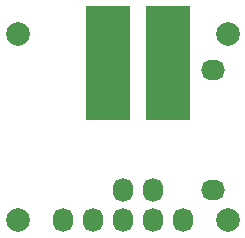
<source format=gbr>
G04 #@! TF.GenerationSoftware,KiCad,Pcbnew,(5.99.0-10512-g56058314be)*
G04 #@! TF.CreationDate,2021-05-05T22:40:54+02:00*
G04 #@! TF.ProjectId,ina169_breakout,696e6131-3639-45f6-9272-65616b6f7574,V1.2*
G04 #@! TF.SameCoordinates,Original*
G04 #@! TF.FileFunction,Soldermask,Bot*
G04 #@! TF.FilePolarity,Negative*
%FSLAX46Y46*%
G04 Gerber Fmt 4.6, Leading zero omitted, Abs format (unit mm)*
G04 Created by KiCad (PCBNEW (5.99.0-10512-g56058314be)) date 2021-05-05 22:40:54*
%MOMM*%
%LPD*%
G01*
G04 APERTURE LIST*
%ADD10C,2.000000*%
%ADD11O,1.720000X2.032000*%
%ADD12O,2.032000X1.720000*%
%ADD13R,3.800000X9.650000*%
G04 APERTURE END LIST*
D10*
X156883100Y-110845600D03*
X156883100Y-95097600D03*
X139103100Y-110845600D03*
X139103100Y-95097600D03*
D11*
X142913100Y-110845600D03*
D12*
X155613100Y-98145600D03*
D11*
X145453100Y-110845600D03*
X147993100Y-110845600D03*
X147993100Y-108305600D03*
D13*
X146723100Y-97510600D03*
D11*
X146723100Y-100685600D03*
X151803100Y-100685600D03*
X150533100Y-110845600D03*
X150533100Y-108305600D03*
D13*
X151803100Y-97510600D03*
D12*
X155613100Y-108305600D03*
D11*
X153073100Y-110845600D03*
M02*

</source>
